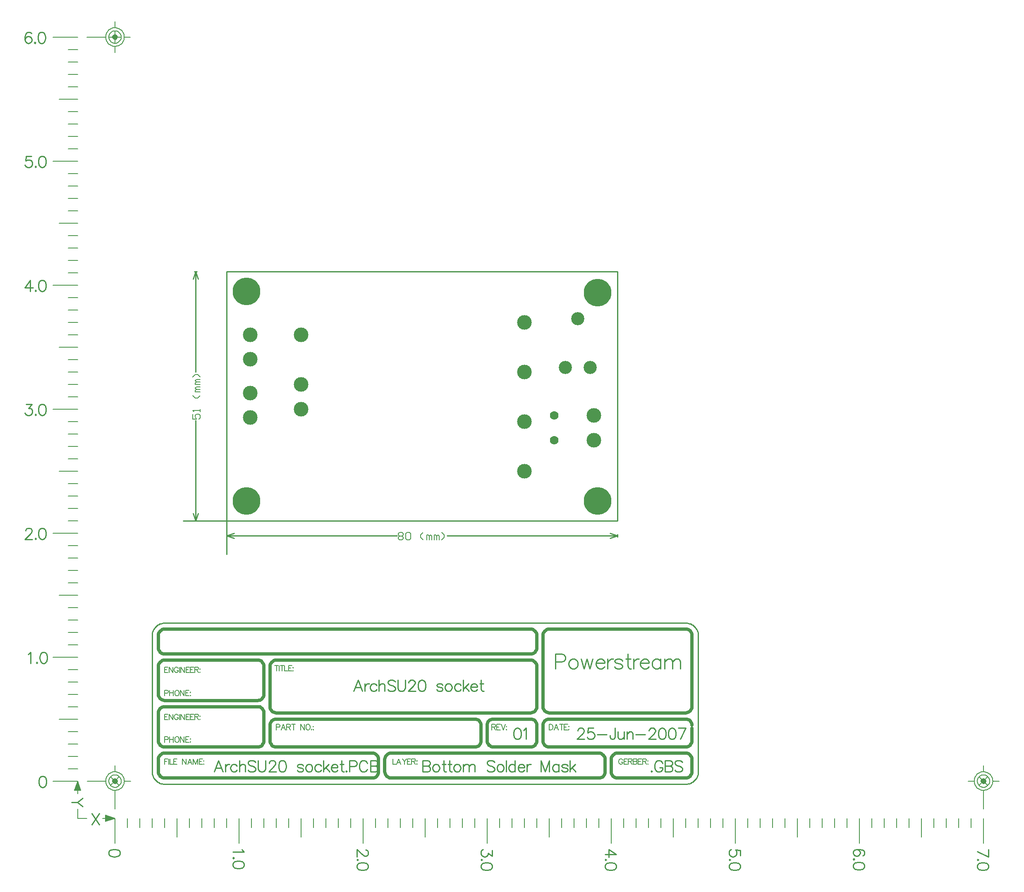
<source format=gbs>
%FSLAX23Y23*%
%MOIN*%
G70*
G01*
G75*
%ADD10C,0.040*%
%ADD11C,0.010*%
%ADD12C,0.030*%
%ADD13C,0.060*%
%ADD14C,0.009*%
%ADD15C,0.025*%
%ADD16C,0.008*%
%ADD17C,0.005*%
%ADD18C,0.006*%
%ADD19C,0.062*%
%ADD20C,0.215*%
%ADD21C,0.098*%
%ADD22C,0.110*%
%ADD23C,0.110*%
%ADD24C,0.008*%
%ADD25C,0.020*%
%ADD26C,0.016*%
%ADD27C,0.015*%
%ADD28C,0.070*%
%ADD29C,0.223*%
%ADD30C,0.106*%
%ADD31C,0.118*%
%ADD32C,0.118*%
D11*
X11868Y6647D02*
X11868Y6657D01*
X11867Y6666D01*
X11864Y6676D01*
X11861Y6685D01*
X11857Y6694D01*
X11852Y6702D01*
X11846Y6710D01*
X11839Y6718D01*
X11832Y6724D01*
X11824Y6730D01*
X11816Y6735D01*
X11807Y6739D01*
X11798Y6742D01*
X11788Y6745D01*
X11778Y6746D01*
X11768Y6747D01*
Y5447D02*
X11778Y5447D01*
X11788Y5449D01*
X11798Y5451D01*
X11807Y5454D01*
X11816Y5459D01*
X11824Y5464D01*
X11832Y5470D01*
X11839Y5476D01*
X11846Y5483D01*
X11852Y5491D01*
X11857Y5500D01*
X11861Y5509D01*
X11864Y5518D01*
X11867Y5527D01*
X11868Y5537D01*
X11868Y5547D01*
X7468Y5548D02*
X7469Y5538D01*
X7470Y5528D01*
X7473Y5519D01*
X7476Y5510D01*
X7480Y5501D01*
X7485Y5492D01*
X7491Y5484D01*
X7497Y5477D01*
X7505Y5470D01*
X7512Y5464D01*
X7521Y5459D01*
X7530Y5455D01*
X7539Y5452D01*
X7548Y5449D01*
X7558Y5447D01*
X7568Y5447D01*
X7568Y6747D02*
X7559Y6746D01*
X7549Y6745D01*
X7539Y6742D01*
X7530Y6739D01*
X7521Y6735D01*
X7513Y6730D01*
X7505Y6724D01*
X7498Y6718D01*
X7491Y6710D01*
X7485Y6702D01*
X7480Y6694D01*
X7476Y6685D01*
X7473Y6676D01*
X7470Y6666D01*
X7469Y6657D01*
X7468Y6647D01*
Y5547D02*
Y6647D01*
X11868Y5547D02*
Y6647D01*
X7568Y6747D02*
X11768D01*
X7568Y5447D02*
X11768D01*
X8068Y7572D02*
Y9580D01*
X11218Y7572D02*
Y9580D01*
X8068D02*
X11218D01*
X8068Y7572D02*
X11218D01*
Y7442D02*
Y7462D01*
X8068Y7442D02*
Y7462D01*
X11158Y7432D02*
X11218Y7452D01*
X11158Y7472D02*
X11218Y7452D01*
X8068D02*
X8128Y7432D01*
X8068Y7452D02*
X8128Y7472D01*
X9844Y7452D02*
X11218D01*
X8068D02*
X9442D01*
X8068Y7302D02*
Y7572D01*
X7808Y9580D02*
X7828D01*
X7808Y7572D02*
X7828D01*
X7818Y9580D02*
X7838Y9520D01*
X7798D02*
X7818Y9580D01*
Y7572D02*
X7838Y7632D01*
X7798D02*
X7818Y7572D01*
Y8772D02*
Y9580D01*
Y7572D02*
Y8380D01*
X7718Y7572D02*
X8068D01*
D14*
X11493Y5555D02*
X11488Y5551D01*
X11493Y5547D01*
X11497Y5551D01*
X11493Y5555D01*
X11581Y5615D02*
X11577Y5624D01*
X11568Y5633D01*
X11560Y5637D01*
X11542D01*
X11534Y5633D01*
X11525Y5624D01*
X11521Y5615D01*
X11517Y5603D01*
Y5581D01*
X11521Y5568D01*
X11525Y5560D01*
X11534Y5551D01*
X11542Y5547D01*
X11560D01*
X11568Y5551D01*
X11577Y5560D01*
X11581Y5568D01*
Y5581D01*
X11560D02*
X11581D01*
X11602Y5637D02*
Y5547D01*
Y5637D02*
X11640D01*
X11653Y5633D01*
X11657Y5628D01*
X11662Y5620D01*
Y5611D01*
X11657Y5603D01*
X11653Y5598D01*
X11640Y5594D01*
X11602D02*
X11640D01*
X11653Y5590D01*
X11657Y5585D01*
X11662Y5577D01*
Y5564D01*
X11657Y5555D01*
X11653Y5551D01*
X11640Y5547D01*
X11602D01*
X11742Y5624D02*
X11733Y5633D01*
X11720Y5637D01*
X11703D01*
X11690Y5633D01*
X11682Y5624D01*
Y5615D01*
X11686Y5607D01*
X11690Y5603D01*
X11699Y5598D01*
X11725Y5590D01*
X11733Y5585D01*
X11737Y5581D01*
X11742Y5573D01*
Y5560D01*
X11733Y5551D01*
X11720Y5547D01*
X11703D01*
X11690Y5551D01*
X11682Y5560D01*
X9162Y6197D02*
X9128Y6287D01*
X9093Y6197D01*
X9106Y6227D02*
X9149D01*
X9183Y6257D02*
Y6197D01*
Y6231D02*
X9187Y6244D01*
X9196Y6253D01*
X9204Y6257D01*
X9217D01*
X9277Y6244D02*
X9268Y6253D01*
X9260Y6257D01*
X9247D01*
X9238Y6253D01*
X9230Y6244D01*
X9225Y6231D01*
Y6223D01*
X9230Y6210D01*
X9238Y6201D01*
X9247Y6197D01*
X9260D01*
X9268Y6201D01*
X9277Y6210D01*
X9296Y6287D02*
Y6197D01*
Y6240D02*
X9309Y6253D01*
X9318Y6257D01*
X9330D01*
X9339Y6253D01*
X9343Y6240D01*
Y6197D01*
X9427Y6274D02*
X9418Y6282D01*
X9405Y6287D01*
X9388D01*
X9375Y6282D01*
X9367Y6274D01*
Y6265D01*
X9371Y6257D01*
X9375Y6253D01*
X9384Y6248D01*
X9410Y6240D01*
X9418Y6235D01*
X9423Y6231D01*
X9427Y6223D01*
Y6210D01*
X9418Y6201D01*
X9405Y6197D01*
X9388D01*
X9375Y6201D01*
X9367Y6210D01*
X9447Y6287D02*
Y6223D01*
X9451Y6210D01*
X9460Y6201D01*
X9473Y6197D01*
X9481D01*
X9494Y6201D01*
X9503Y6210D01*
X9507Y6223D01*
Y6287D01*
X9536Y6265D02*
Y6270D01*
X9540Y6278D01*
X9545Y6282D01*
X9553Y6287D01*
X9570D01*
X9579Y6282D01*
X9583Y6278D01*
X9588Y6270D01*
Y6261D01*
X9583Y6253D01*
X9575Y6240D01*
X9532Y6197D01*
X9592D01*
X9638Y6287D02*
X9625Y6282D01*
X9616Y6270D01*
X9612Y6248D01*
Y6235D01*
X9616Y6214D01*
X9625Y6201D01*
X9638Y6197D01*
X9646D01*
X9659Y6201D01*
X9668Y6214D01*
X9672Y6235D01*
Y6248D01*
X9668Y6270D01*
X9659Y6282D01*
X9646Y6287D01*
X9638D01*
X9810Y6244D02*
X9806Y6253D01*
X9793Y6257D01*
X9780D01*
X9767Y6253D01*
X9763Y6244D01*
X9767Y6235D01*
X9776Y6231D01*
X9797Y6227D01*
X9806Y6223D01*
X9810Y6214D01*
Y6210D01*
X9806Y6201D01*
X9793Y6197D01*
X9780D01*
X9767Y6201D01*
X9763Y6210D01*
X9850Y6257D02*
X9842Y6253D01*
X9833Y6244D01*
X9829Y6231D01*
Y6223D01*
X9833Y6210D01*
X9842Y6201D01*
X9850Y6197D01*
X9863D01*
X9872Y6201D01*
X9880Y6210D01*
X9884Y6223D01*
Y6231D01*
X9880Y6244D01*
X9872Y6253D01*
X9863Y6257D01*
X9850D01*
X9956Y6244D02*
X9947Y6253D01*
X9938Y6257D01*
X9926D01*
X9917Y6253D01*
X9908Y6244D01*
X9904Y6231D01*
Y6223D01*
X9908Y6210D01*
X9917Y6201D01*
X9926Y6197D01*
X9938D01*
X9947Y6201D01*
X9956Y6210D01*
X9975Y6287D02*
Y6197D01*
X10018Y6257D02*
X9975Y6214D01*
X9992Y6231D02*
X10022Y6197D01*
X10036Y6231D02*
X10088D01*
Y6240D01*
X10083Y6248D01*
X10079Y6253D01*
X10070Y6257D01*
X10058D01*
X10049Y6253D01*
X10040Y6244D01*
X10036Y6231D01*
Y6223D01*
X10040Y6210D01*
X10049Y6201D01*
X10058Y6197D01*
X10070D01*
X10079Y6201D01*
X10088Y6210D01*
X10120Y6287D02*
Y6214D01*
X10124Y6201D01*
X10133Y6197D01*
X10141D01*
X10107Y6257D02*
X10137D01*
X8037Y5547D02*
X8003Y5637D01*
X7968Y5547D01*
X7981Y5577D02*
X8024D01*
X8058Y5607D02*
Y5547D01*
Y5581D02*
X8062Y5594D01*
X8071Y5603D01*
X8079Y5607D01*
X8092D01*
X8152Y5594D02*
X8143Y5603D01*
X8135Y5607D01*
X8122D01*
X8113Y5603D01*
X8105Y5594D01*
X8100Y5581D01*
Y5573D01*
X8105Y5560D01*
X8113Y5551D01*
X8122Y5547D01*
X8135D01*
X8143Y5551D01*
X8152Y5560D01*
X8171Y5637D02*
Y5547D01*
Y5590D02*
X8184Y5603D01*
X8193Y5607D01*
X8205D01*
X8214Y5603D01*
X8218Y5590D01*
Y5547D01*
X8302Y5624D02*
X8293Y5633D01*
X8280Y5637D01*
X8263D01*
X8250Y5633D01*
X8242Y5624D01*
Y5615D01*
X8246Y5607D01*
X8250Y5603D01*
X8259Y5598D01*
X8285Y5590D01*
X8293Y5585D01*
X8298Y5581D01*
X8302Y5573D01*
Y5560D01*
X8293Y5551D01*
X8280Y5547D01*
X8263D01*
X8250Y5551D01*
X8242Y5560D01*
X8322Y5637D02*
Y5573D01*
X8326Y5560D01*
X8335Y5551D01*
X8348Y5547D01*
X8356D01*
X8369Y5551D01*
X8378Y5560D01*
X8382Y5573D01*
Y5637D01*
X8411Y5615D02*
Y5620D01*
X8415Y5628D01*
X8420Y5633D01*
X8428Y5637D01*
X8445D01*
X8454Y5633D01*
X8458Y5628D01*
X8463Y5620D01*
Y5611D01*
X8458Y5603D01*
X8450Y5590D01*
X8407Y5547D01*
X8467D01*
X8513Y5637D02*
X8500Y5633D01*
X8491Y5620D01*
X8487Y5598D01*
Y5585D01*
X8491Y5564D01*
X8500Y5551D01*
X8513Y5547D01*
X8521D01*
X8534Y5551D01*
X8543Y5564D01*
X8547Y5585D01*
Y5598D01*
X8543Y5620D01*
X8534Y5633D01*
X8521Y5637D01*
X8513D01*
X8685Y5594D02*
X8681Y5603D01*
X8668Y5607D01*
X8655D01*
X8642Y5603D01*
X8638Y5594D01*
X8642Y5585D01*
X8651Y5581D01*
X8672Y5577D01*
X8681Y5573D01*
X8685Y5564D01*
Y5560D01*
X8681Y5551D01*
X8668Y5547D01*
X8655D01*
X8642Y5551D01*
X8638Y5560D01*
X8725Y5607D02*
X8717Y5603D01*
X8708Y5594D01*
X8704Y5581D01*
Y5573D01*
X8708Y5560D01*
X8717Y5551D01*
X8725Y5547D01*
X8738D01*
X8747Y5551D01*
X8755Y5560D01*
X8759Y5573D01*
Y5581D01*
X8755Y5594D01*
X8747Y5603D01*
X8738Y5607D01*
X8725D01*
X8831Y5594D02*
X8822Y5603D01*
X8813Y5607D01*
X8801D01*
X8792Y5603D01*
X8783Y5594D01*
X8779Y5581D01*
Y5573D01*
X8783Y5560D01*
X8792Y5551D01*
X8801Y5547D01*
X8813D01*
X8822Y5551D01*
X8831Y5560D01*
X8850Y5637D02*
Y5547D01*
X8893Y5607D02*
X8850Y5564D01*
X8867Y5581D02*
X8897Y5547D01*
X8911Y5581D02*
X8963D01*
Y5590D01*
X8958Y5598D01*
X8954Y5603D01*
X8945Y5607D01*
X8933D01*
X8924Y5603D01*
X8915Y5594D01*
X8911Y5581D01*
Y5573D01*
X8915Y5560D01*
X8924Y5551D01*
X8933Y5547D01*
X8945D01*
X8954Y5551D01*
X8963Y5560D01*
X8995Y5637D02*
Y5564D01*
X8999Y5551D01*
X9008Y5547D01*
X9016D01*
X8982Y5607D02*
X9012D01*
X9033Y5555D02*
X9029Y5551D01*
X9033Y5547D01*
X9038Y5551D01*
X9033Y5555D01*
X9057Y5590D02*
X9096D01*
X9109Y5594D01*
X9113Y5598D01*
X9117Y5607D01*
Y5620D01*
X9113Y5628D01*
X9109Y5633D01*
X9096Y5637D01*
X9057D01*
Y5547D01*
X9202Y5615D02*
X9197Y5624D01*
X9189Y5633D01*
X9180Y5637D01*
X9163D01*
X9155Y5633D01*
X9146Y5624D01*
X9142Y5615D01*
X9137Y5603D01*
Y5581D01*
X9142Y5568D01*
X9146Y5560D01*
X9155Y5551D01*
X9163Y5547D01*
X9180D01*
X9189Y5551D01*
X9197Y5560D01*
X9202Y5568D01*
X9227Y5637D02*
Y5547D01*
Y5637D02*
X9266D01*
X9278Y5633D01*
X9283Y5628D01*
X9287Y5620D01*
Y5611D01*
X9283Y5603D01*
X9278Y5598D01*
X9266Y5594D01*
X9227D02*
X9266D01*
X9278Y5590D01*
X9283Y5585D01*
X9287Y5577D01*
Y5564D01*
X9283Y5555D01*
X9278Y5551D01*
X9266Y5547D01*
X9227D01*
X9648Y5637D02*
Y5547D01*
Y5637D02*
X9687D01*
X9700Y5633D01*
X9704Y5628D01*
X9708Y5620D01*
Y5611D01*
X9704Y5603D01*
X9700Y5598D01*
X9687Y5594D01*
X9648D02*
X9687D01*
X9700Y5590D01*
X9704Y5585D01*
X9708Y5577D01*
Y5564D01*
X9704Y5555D01*
X9700Y5551D01*
X9687Y5547D01*
X9648D01*
X9750Y5607D02*
X9741Y5603D01*
X9733Y5594D01*
X9729Y5581D01*
Y5573D01*
X9733Y5560D01*
X9741Y5551D01*
X9750Y5547D01*
X9763D01*
X9771Y5551D01*
X9780Y5560D01*
X9784Y5573D01*
Y5581D01*
X9780Y5594D01*
X9771Y5603D01*
X9763Y5607D01*
X9750D01*
X9817Y5637D02*
Y5564D01*
X9821Y5551D01*
X9830Y5547D01*
X9838D01*
X9804Y5607D02*
X9834D01*
X9864Y5637D02*
Y5564D01*
X9868Y5551D01*
X9877Y5547D01*
X9885D01*
X9851Y5607D02*
X9881D01*
X9920D02*
X9911Y5603D01*
X9903Y5594D01*
X9898Y5581D01*
Y5573D01*
X9903Y5560D01*
X9911Y5551D01*
X9920Y5547D01*
X9933D01*
X9941Y5551D01*
X9950Y5560D01*
X9954Y5573D01*
Y5581D01*
X9950Y5594D01*
X9941Y5603D01*
X9933Y5607D01*
X9920D01*
X9974D02*
Y5547D01*
Y5590D02*
X9987Y5603D01*
X9995Y5607D01*
X10008D01*
X10017Y5603D01*
X10021Y5590D01*
Y5547D01*
Y5590D02*
X10034Y5603D01*
X10042Y5607D01*
X10055D01*
X10064Y5603D01*
X10068Y5590D01*
Y5547D01*
X10227Y5624D02*
X10218Y5633D01*
X10206Y5637D01*
X10188D01*
X10176Y5633D01*
X10167Y5624D01*
Y5615D01*
X10171Y5607D01*
X10176Y5603D01*
X10184Y5598D01*
X10210Y5590D01*
X10218Y5585D01*
X10223Y5581D01*
X10227Y5573D01*
Y5560D01*
X10218Y5551D01*
X10206Y5547D01*
X10188D01*
X10176Y5551D01*
X10167Y5560D01*
X10269Y5607D02*
X10260Y5603D01*
X10251Y5594D01*
X10247Y5581D01*
Y5573D01*
X10251Y5560D01*
X10260Y5551D01*
X10269Y5547D01*
X10281D01*
X10290Y5551D01*
X10298Y5560D01*
X10303Y5573D01*
Y5581D01*
X10298Y5594D01*
X10290Y5603D01*
X10281Y5607D01*
X10269D01*
X10322Y5637D02*
Y5547D01*
X10393Y5637D02*
Y5547D01*
Y5594D02*
X10384Y5603D01*
X10376Y5607D01*
X10363D01*
X10354Y5603D01*
X10346Y5594D01*
X10341Y5581D01*
Y5573D01*
X10346Y5560D01*
X10354Y5551D01*
X10363Y5547D01*
X10376D01*
X10384Y5551D01*
X10393Y5560D01*
X10417Y5581D02*
X10468D01*
Y5590D01*
X10464Y5598D01*
X10460Y5603D01*
X10451Y5607D01*
X10438D01*
X10430Y5603D01*
X10421Y5594D01*
X10417Y5581D01*
Y5573D01*
X10421Y5560D01*
X10430Y5551D01*
X10438Y5547D01*
X10451D01*
X10460Y5551D01*
X10468Y5560D01*
X10487Y5607D02*
Y5547D01*
Y5581D02*
X10492Y5594D01*
X10500Y5603D01*
X10509Y5607D01*
X10522D01*
X10601Y5637D02*
Y5547D01*
Y5637D02*
X10635Y5547D01*
X10669Y5637D02*
X10635Y5547D01*
X10669Y5637D02*
Y5547D01*
X10746Y5607D02*
Y5547D01*
Y5594D02*
X10738Y5603D01*
X10729Y5607D01*
X10716D01*
X10708Y5603D01*
X10699Y5594D01*
X10695Y5581D01*
Y5573D01*
X10699Y5560D01*
X10708Y5551D01*
X10716Y5547D01*
X10729D01*
X10738Y5551D01*
X10746Y5560D01*
X10817Y5594D02*
X10813Y5603D01*
X10800Y5607D01*
X10787D01*
X10775Y5603D01*
X10770Y5594D01*
X10775Y5585D01*
X10783Y5581D01*
X10805Y5577D01*
X10813Y5573D01*
X10817Y5564D01*
Y5560D01*
X10813Y5551D01*
X10800Y5547D01*
X10787D01*
X10775Y5551D01*
X10770Y5560D01*
X10836Y5637D02*
Y5547D01*
X10879Y5607D02*
X10836Y5564D01*
X10853Y5581D02*
X10883Y5547D01*
X10407Y5899D02*
X10394Y5895D01*
X10385Y5882D01*
X10381Y5861D01*
Y5848D01*
X10385Y5826D01*
X10394Y5814D01*
X10407Y5809D01*
X10415D01*
X10428Y5814D01*
X10437Y5826D01*
X10441Y5848D01*
Y5861D01*
X10437Y5882D01*
X10428Y5895D01*
X10415Y5899D01*
X10407D01*
X10461Y5882D02*
X10470Y5886D01*
X10483Y5899D01*
Y5809D01*
X10718Y6434D02*
X10770D01*
X10787Y6440D01*
X10793Y6445D01*
X10798Y6457D01*
Y6474D01*
X10793Y6485D01*
X10787Y6491D01*
X10770Y6497D01*
X10718D01*
Y6377D01*
X10854Y6457D02*
X10842Y6451D01*
X10831Y6440D01*
X10825Y6423D01*
Y6411D01*
X10831Y6394D01*
X10842Y6383D01*
X10854Y6377D01*
X10871D01*
X10882Y6383D01*
X10894Y6394D01*
X10900Y6411D01*
Y6423D01*
X10894Y6440D01*
X10882Y6451D01*
X10871Y6457D01*
X10854D01*
X10926D02*
X10949Y6377D01*
X10972Y6457D02*
X10949Y6377D01*
X10972Y6457D02*
X10994Y6377D01*
X11017Y6457D02*
X10994Y6377D01*
X11045Y6423D02*
X11114D01*
Y6434D01*
X11108Y6445D01*
X11102Y6451D01*
X11091Y6457D01*
X11074D01*
X11062Y6451D01*
X11051Y6440D01*
X11045Y6423D01*
Y6411D01*
X11051Y6394D01*
X11062Y6383D01*
X11074Y6377D01*
X11091D01*
X11102Y6383D01*
X11114Y6394D01*
X11140Y6457D02*
Y6377D01*
Y6423D02*
X11145Y6440D01*
X11157Y6451D01*
X11168Y6457D01*
X11185D01*
X11259Y6440D02*
X11253Y6451D01*
X11236Y6457D01*
X11219D01*
X11202Y6451D01*
X11196Y6440D01*
X11202Y6428D01*
X11213Y6423D01*
X11242Y6417D01*
X11253Y6411D01*
X11259Y6400D01*
Y6394D01*
X11253Y6383D01*
X11236Y6377D01*
X11219D01*
X11202Y6383D01*
X11196Y6394D01*
X11301Y6497D02*
Y6400D01*
X11307Y6383D01*
X11318Y6377D01*
X11330D01*
X11284Y6457D02*
X11324D01*
X11347D02*
Y6377D01*
Y6423D02*
X11353Y6440D01*
X11364Y6451D01*
X11375Y6457D01*
X11393D01*
X11403Y6423D02*
X11472D01*
Y6434D01*
X11466Y6445D01*
X11461Y6451D01*
X11449Y6457D01*
X11432D01*
X11421Y6451D01*
X11409Y6440D01*
X11403Y6423D01*
Y6411D01*
X11409Y6394D01*
X11421Y6383D01*
X11432Y6377D01*
X11449D01*
X11461Y6383D01*
X11472Y6394D01*
X11566Y6457D02*
Y6377D01*
Y6440D02*
X11555Y6451D01*
X11543Y6457D01*
X11526D01*
X11515Y6451D01*
X11503Y6440D01*
X11498Y6423D01*
Y6411D01*
X11503Y6394D01*
X11515Y6383D01*
X11526Y6377D01*
X11543D01*
X11555Y6383D01*
X11566Y6394D01*
X11598Y6457D02*
Y6377D01*
Y6434D02*
X11615Y6451D01*
X11627Y6457D01*
X11644D01*
X11655Y6451D01*
X11661Y6434D01*
Y6377D01*
Y6434D02*
X11678Y6451D01*
X11690Y6457D01*
X11707D01*
X11718Y6451D01*
X11724Y6434D01*
Y6377D01*
X10898Y5878D02*
Y5882D01*
X10902Y5891D01*
X10906Y5895D01*
X10915Y5899D01*
X10932D01*
X10941Y5895D01*
X10945Y5891D01*
X10949Y5882D01*
Y5874D01*
X10945Y5865D01*
X10936Y5852D01*
X10893Y5809D01*
X10953D01*
X11025Y5899D02*
X10982D01*
X10978Y5861D01*
X10982Y5865D01*
X10995Y5869D01*
X11008D01*
X11021Y5865D01*
X11029Y5856D01*
X11034Y5844D01*
Y5835D01*
X11029Y5822D01*
X11021Y5814D01*
X11008Y5809D01*
X10995D01*
X10982Y5814D01*
X10978Y5818D01*
X10974Y5826D01*
X11054Y5848D02*
X11131D01*
X11200Y5899D02*
Y5831D01*
X11196Y5818D01*
X11192Y5814D01*
X11183Y5809D01*
X11175D01*
X11166Y5814D01*
X11162Y5818D01*
X11157Y5831D01*
Y5839D01*
X11223Y5869D02*
Y5826D01*
X11228Y5814D01*
X11236Y5809D01*
X11249D01*
X11258Y5814D01*
X11271Y5826D01*
Y5869D02*
Y5809D01*
X11294Y5869D02*
Y5809D01*
Y5852D02*
X11307Y5865D01*
X11316Y5869D01*
X11328D01*
X11337Y5865D01*
X11341Y5852D01*
Y5809D01*
X11365Y5848D02*
X11442D01*
X11473Y5878D02*
Y5882D01*
X11477Y5891D01*
X11481Y5895D01*
X11490Y5899D01*
X11507D01*
X11516Y5895D01*
X11520Y5891D01*
X11524Y5882D01*
Y5874D01*
X11520Y5865D01*
X11511Y5852D01*
X11469Y5809D01*
X11529D01*
X11574Y5899D02*
X11561Y5895D01*
X11553Y5882D01*
X11549Y5861D01*
Y5848D01*
X11553Y5826D01*
X11561Y5814D01*
X11574Y5809D01*
X11583D01*
X11596Y5814D01*
X11604Y5826D01*
X11609Y5848D01*
Y5861D01*
X11604Y5882D01*
X11596Y5895D01*
X11583Y5899D01*
X11574D01*
X11654D02*
X11642Y5895D01*
X11633Y5882D01*
X11629Y5861D01*
Y5848D01*
X11633Y5826D01*
X11642Y5814D01*
X11654Y5809D01*
X11663D01*
X11676Y5814D01*
X11684Y5826D01*
X11689Y5848D01*
Y5861D01*
X11684Y5882D01*
X11676Y5895D01*
X11663Y5899D01*
X11654D01*
X11769D02*
X11726Y5809D01*
X11709Y5899D02*
X11769D01*
X6908Y5334D02*
X6866Y5300D01*
X6818D01*
X6908Y5266D02*
X6866Y5300D01*
X6981Y5212D02*
X7041Y5122D01*
Y5212D02*
X6981Y5122D01*
X13196Y4870D02*
X13204Y4875D01*
X13208Y4888D01*
Y4896D01*
X13204Y4909D01*
X13191Y4918D01*
X13170Y4922D01*
X13148D01*
X13131Y4918D01*
X13123Y4909D01*
X13118Y4896D01*
Y4892D01*
X13123Y4879D01*
X13131Y4870D01*
X13144Y4866D01*
X13148D01*
X13161Y4870D01*
X13170Y4879D01*
X13174Y4892D01*
Y4896D01*
X13170Y4909D01*
X13161Y4918D01*
X13148Y4922D01*
X13127Y4842D02*
X13123Y4846D01*
X13118Y4842D01*
X13123Y4838D01*
X13127Y4842D01*
X13208Y4792D02*
X13204Y4805D01*
X13191Y4814D01*
X13170Y4818D01*
X13157D01*
X13136Y4814D01*
X13123Y4805D01*
X13118Y4792D01*
Y4784D01*
X13123Y4771D01*
X13136Y4762D01*
X13157Y4758D01*
X13170D01*
X13191Y4762D01*
X13204Y4771D01*
X13208Y4784D01*
Y4792D01*
X11208Y4879D02*
X11148Y4922D01*
Y4858D01*
X11208Y4879D02*
X11118D01*
X11127Y4837D02*
X11123Y4842D01*
X11118Y4837D01*
X11123Y4833D01*
X11127Y4837D01*
X11208Y4788D02*
X11204Y4801D01*
X11191Y4809D01*
X11170Y4813D01*
X11157D01*
X11136Y4809D01*
X11123Y4801D01*
X11118Y4788D01*
Y4779D01*
X11123Y4766D01*
X11136Y4758D01*
X11157Y4753D01*
X11170D01*
X11191Y4758D01*
X11204Y4766D01*
X11208Y4779D01*
Y4788D01*
X9187Y4918D02*
X9191D01*
X9200Y4913D01*
X9204Y4909D01*
X9208Y4900D01*
Y4883D01*
X9204Y4875D01*
X9200Y4870D01*
X9191Y4866D01*
X9183D01*
X9174Y4870D01*
X9161Y4879D01*
X9118Y4922D01*
Y4862D01*
X9127Y4837D02*
X9123Y4842D01*
X9118Y4837D01*
X9123Y4833D01*
X9127Y4837D01*
X9208Y4788D02*
X9204Y4801D01*
X9191Y4809D01*
X9170Y4813D01*
X9157D01*
X9136Y4809D01*
X9123Y4801D01*
X9118Y4788D01*
Y4779D01*
X9123Y4766D01*
X9136Y4758D01*
X9157Y4753D01*
X9170D01*
X9191Y4758D01*
X9204Y4766D01*
X9208Y4779D01*
Y4788D01*
X7208Y4896D02*
X7204Y4909D01*
X7191Y4918D01*
X7170Y4922D01*
X7157D01*
X7136Y4918D01*
X7123Y4909D01*
X7118Y4896D01*
Y4888D01*
X7123Y4875D01*
X7136Y4866D01*
X7157Y4862D01*
X7170D01*
X7191Y4866D01*
X7204Y4875D01*
X7208Y4888D01*
Y4896D01*
X8191Y4922D02*
X8196Y4913D01*
X8208Y4900D01*
X8118D01*
X8127Y4852D02*
X8123Y4856D01*
X8118Y4852D01*
X8123Y4847D01*
X8127Y4852D01*
X8208Y4802D02*
X8204Y4815D01*
X8191Y4823D01*
X8170Y4828D01*
X8157D01*
X8136Y4823D01*
X8123Y4815D01*
X8118Y4802D01*
Y4793D01*
X8123Y4780D01*
X8136Y4772D01*
X8157Y4768D01*
X8170D01*
X8191Y4772D01*
X8204Y4780D01*
X8208Y4793D01*
Y4802D01*
X10208Y4913D02*
Y4866D01*
X10174Y4892D01*
Y4879D01*
X10170Y4870D01*
X10166Y4866D01*
X10153Y4862D01*
X10144D01*
X10131Y4866D01*
X10123Y4875D01*
X10118Y4888D01*
Y4900D01*
X10123Y4913D01*
X10127Y4918D01*
X10136Y4922D01*
X10127Y4837D02*
X10123Y4842D01*
X10118Y4837D01*
X10123Y4833D01*
X10127Y4837D01*
X10208Y4788D02*
X10204Y4801D01*
X10191Y4809D01*
X10170Y4813D01*
X10157D01*
X10136Y4809D01*
X10123Y4801D01*
X10118Y4788D01*
Y4779D01*
X10123Y4766D01*
X10136Y4758D01*
X10157Y4753D01*
X10170D01*
X10191Y4758D01*
X10204Y4766D01*
X10208Y4779D01*
Y4788D01*
X12208Y4870D02*
Y4913D01*
X12170Y4918D01*
X12174Y4913D01*
X12178Y4900D01*
Y4888D01*
X12174Y4875D01*
X12166Y4866D01*
X12153Y4862D01*
X12144D01*
X12131Y4866D01*
X12123Y4875D01*
X12118Y4888D01*
Y4900D01*
X12123Y4913D01*
X12127Y4918D01*
X12136Y4922D01*
X12127Y4837D02*
X12123Y4842D01*
X12118Y4837D01*
X12123Y4833D01*
X12127Y4837D01*
X12208Y4788D02*
X12204Y4801D01*
X12191Y4809D01*
X12170Y4813D01*
X12157D01*
X12136Y4809D01*
X12123Y4801D01*
X12118Y4788D01*
Y4779D01*
X12123Y4766D01*
X12136Y4758D01*
X12157Y4753D01*
X12170D01*
X12191Y4758D01*
X12204Y4766D01*
X12208Y4779D01*
Y4788D01*
X14208Y4862D02*
X14118Y4905D01*
X14208Y4922D02*
Y4862D01*
X14127Y4837D02*
X14123Y4842D01*
X14118Y4837D01*
X14123Y4833D01*
X14127Y4837D01*
X14208Y4788D02*
X14204Y4801D01*
X14191Y4809D01*
X14170Y4813D01*
X14157D01*
X14136Y4809D01*
X14123Y4801D01*
X14118Y4788D01*
Y4779D01*
X14123Y4766D01*
X14136Y4758D01*
X14157Y4753D01*
X14170D01*
X14191Y4758D01*
X14204Y4766D01*
X14208Y4779D01*
Y4788D01*
X6495Y10512D02*
X6452D01*
X6448Y10473D01*
X6452Y10478D01*
X6465Y10482D01*
X6478D01*
X6491Y10478D01*
X6499Y10469D01*
X6503Y10456D01*
Y10448D01*
X6499Y10435D01*
X6491Y10426D01*
X6478Y10422D01*
X6465D01*
X6452Y10426D01*
X6448Y10430D01*
X6443Y10439D01*
X6528Y10430D02*
X6524Y10426D01*
X6528Y10422D01*
X6532Y10426D01*
X6528Y10430D01*
X6578Y10512D02*
X6565Y10507D01*
X6556Y10495D01*
X6552Y10473D01*
Y10460D01*
X6556Y10439D01*
X6565Y10426D01*
X6578Y10422D01*
X6586D01*
X6599Y10426D01*
X6608Y10439D01*
X6612Y10460D01*
Y10473D01*
X6608Y10495D01*
X6599Y10507D01*
X6586Y10512D01*
X6578D01*
X6452Y8512D02*
X6499D01*
X6473Y8478D01*
X6486D01*
X6495Y8473D01*
X6499Y8469D01*
X6503Y8456D01*
Y8448D01*
X6499Y8435D01*
X6491Y8426D01*
X6478Y8422D01*
X6465D01*
X6452Y8426D01*
X6448Y8430D01*
X6443Y8439D01*
X6528Y8430D02*
X6524Y8426D01*
X6528Y8422D01*
X6532Y8426D01*
X6528Y8430D01*
X6578Y8512D02*
X6565Y8507D01*
X6556Y8495D01*
X6552Y8473D01*
Y8460D01*
X6556Y8439D01*
X6565Y8426D01*
X6578Y8422D01*
X6586D01*
X6599Y8426D01*
X6608Y8439D01*
X6612Y8460D01*
Y8473D01*
X6608Y8495D01*
X6599Y8507D01*
X6586Y8512D01*
X6578D01*
X6468Y6495D02*
X6477Y6499D01*
X6490Y6512D01*
Y6422D01*
X6539Y6430D02*
X6534Y6426D01*
X6539Y6422D01*
X6543Y6426D01*
X6539Y6430D01*
X6588Y6512D02*
X6576Y6508D01*
X6567Y6495D01*
X6563Y6473D01*
Y6460D01*
X6567Y6439D01*
X6576Y6426D01*
X6588Y6422D01*
X6597D01*
X6610Y6426D01*
X6618Y6439D01*
X6623Y6460D01*
Y6473D01*
X6618Y6495D01*
X6610Y6508D01*
X6597Y6512D01*
X6588D01*
X6582Y5512D02*
X6569Y5508D01*
X6560Y5495D01*
X6556Y5473D01*
Y5460D01*
X6560Y5439D01*
X6569Y5426D01*
X6582Y5422D01*
X6590D01*
X6603Y5426D01*
X6612Y5439D01*
X6616Y5460D01*
Y5473D01*
X6612Y5495D01*
X6603Y5508D01*
X6590Y5512D01*
X6582D01*
X6448Y7490D02*
Y7495D01*
X6452Y7503D01*
X6456Y7508D01*
X6465Y7512D01*
X6482D01*
X6491Y7508D01*
X6495Y7503D01*
X6499Y7495D01*
Y7486D01*
X6495Y7478D01*
X6486Y7465D01*
X6443Y7422D01*
X6503D01*
X6528Y7430D02*
X6524Y7426D01*
X6528Y7422D01*
X6532Y7426D01*
X6528Y7430D01*
X6578Y7512D02*
X6565Y7508D01*
X6556Y7495D01*
X6552Y7473D01*
Y7460D01*
X6556Y7439D01*
X6565Y7426D01*
X6578Y7422D01*
X6586D01*
X6599Y7426D01*
X6608Y7439D01*
X6612Y7460D01*
Y7473D01*
X6608Y7495D01*
X6599Y7508D01*
X6586Y7512D01*
X6578D01*
X6486Y9512D02*
X6443Y9452D01*
X6508D01*
X6486Y9512D02*
Y9422D01*
X6528Y9430D02*
X6524Y9426D01*
X6528Y9422D01*
X6532Y9426D01*
X6528Y9430D01*
X6578Y9512D02*
X6565Y9507D01*
X6556Y9495D01*
X6552Y9473D01*
Y9460D01*
X6556Y9439D01*
X6565Y9426D01*
X6578Y9422D01*
X6586D01*
X6599Y9426D01*
X6608Y9439D01*
X6612Y9460D01*
Y9473D01*
X6608Y9495D01*
X6599Y9507D01*
X6586Y9512D01*
X6578D01*
X6495Y11499D02*
X6491Y11507D01*
X6478Y11512D01*
X6469D01*
X6456Y11507D01*
X6448Y11495D01*
X6443Y11473D01*
Y11452D01*
X6448Y11435D01*
X6456Y11426D01*
X6469Y11422D01*
X6473D01*
X6486Y11426D01*
X6495Y11435D01*
X6499Y11448D01*
Y11452D01*
X6495Y11465D01*
X6486Y11473D01*
X6473Y11478D01*
X6469D01*
X6456Y11473D01*
X6448Y11465D01*
X6443Y11452D01*
X6523Y11430D02*
X6519Y11426D01*
X6523Y11422D01*
X6527Y11426D01*
X6523Y11430D01*
X6573Y11512D02*
X6560Y11507D01*
X6551Y11495D01*
X6547Y11473D01*
Y11460D01*
X6551Y11439D01*
X6560Y11426D01*
X6573Y11422D01*
X6581D01*
X6594Y11426D01*
X6603Y11439D01*
X6607Y11460D01*
Y11473D01*
X6603Y11495D01*
X6594Y11507D01*
X6581Y11512D01*
X6573D01*
D15*
X9293Y5647D02*
X9293Y5657D01*
X9290Y5666D01*
X9285Y5675D01*
X9279Y5682D01*
X9271Y5688D01*
X9263Y5693D01*
X9253Y5696D01*
X9243Y5697D01*
X9245Y5497D02*
X9254Y5498D01*
X9264Y5500D01*
X9272Y5505D01*
X9280Y5511D01*
X9286Y5519D01*
X9290Y5527D01*
X9293Y5537D01*
X9293Y5546D01*
X9393Y5697D02*
X9384Y5696D01*
X9374Y5693D01*
X9366Y5688D01*
X9358Y5682D01*
X9352Y5675D01*
X9347Y5666D01*
X9344Y5657D01*
X9343Y5647D01*
Y5547D02*
X9344Y5537D01*
X9347Y5528D01*
X9352Y5519D01*
X9358Y5512D01*
X9365Y5506D01*
X9374Y5501D01*
X9383Y5498D01*
X9393Y5497D01*
X11118Y5647D02*
X11118Y5657D01*
X11115Y5666D01*
X11110Y5675D01*
X11104Y5682D01*
X11096Y5688D01*
X11088Y5693D01*
X11078Y5696D01*
X11068Y5697D01*
X11070Y5497D02*
X11079Y5498D01*
X11089Y5500D01*
X11097Y5505D01*
X11105Y5511D01*
X11111Y5519D01*
X11115Y5527D01*
X11118Y5537D01*
X11118Y5546D01*
X11168Y5546D02*
X11169Y5536D01*
X11172Y5527D01*
X11177Y5518D01*
X11183Y5511D01*
X11191Y5505D01*
X11199Y5500D01*
X11209Y5498D01*
X11218Y5497D01*
X11218Y5697D02*
X11209Y5696D01*
X11199Y5693D01*
X11191Y5688D01*
X11183Y5682D01*
X11177Y5675D01*
X11172Y5666D01*
X11169Y5657D01*
X11168Y5647D01*
X8368Y6398D02*
X8368Y6407D01*
X8365Y6417D01*
X8360Y6425D01*
X8354Y6432D01*
X8347Y6439D01*
X8338Y6443D01*
X8329Y6446D01*
X8319Y6447D01*
X8320Y6122D02*
X8330Y6123D01*
X8339Y6125D01*
X8347Y6130D01*
X8354Y6136D01*
X8360Y6143D01*
X8365Y6151D01*
X8368Y6160D01*
X8368Y6170D01*
Y6023D02*
X8368Y6033D01*
X8365Y6042D01*
X8360Y6051D01*
X8354Y6058D01*
X8346Y6064D01*
X8337Y6069D01*
X8328Y6071D01*
X8318Y6072D01*
X8418Y6071D02*
X8419Y6061D01*
X8422Y6052D01*
X8427Y6044D01*
X8433Y6036D01*
X8440Y6030D01*
X8449Y6026D01*
X8458Y6023D01*
X8467Y6022D01*
X8418Y5796D02*
X8419Y5786D01*
X8422Y5777D01*
X8427Y5769D01*
X8433Y5761D01*
X8440Y5755D01*
X8449Y5751D01*
X8458Y5748D01*
X8467Y5747D01*
X8319D02*
X8329Y5748D01*
X8338Y5751D01*
X8347Y5755D01*
X8354Y5761D01*
X8360Y5769D01*
X8365Y5777D01*
X8368Y5786D01*
X8368Y5796D01*
X10118Y5923D02*
X10118Y5932D01*
X10115Y5942D01*
X10110Y5950D01*
X10104Y5957D01*
X10097Y5964D01*
X10088Y5968D01*
X10079Y5971D01*
X10069Y5972D01*
Y5747D02*
X10079Y5748D01*
X10088Y5751D01*
X10097Y5755D01*
X10104Y5761D01*
X10111Y5769D01*
X10115Y5778D01*
X10118Y5787D01*
X10118Y5797D01*
X10168Y5798D02*
X10169Y5788D01*
X10172Y5778D01*
X10177Y5770D01*
X10183Y5762D01*
X10191Y5756D01*
X10199Y5751D01*
X10209Y5748D01*
X10219Y5747D01*
X10216Y5972D02*
X10207Y5971D01*
X10198Y5968D01*
X10189Y5963D01*
X10182Y5957D01*
X10176Y5949D01*
X10171Y5940D01*
X10169Y5931D01*
X10169Y5921D01*
X8468Y5972D02*
X8459Y5971D01*
X8449Y5968D01*
X8441Y5963D01*
X8433Y5957D01*
X8427Y5950D01*
X8422Y5941D01*
X8419Y5932D01*
X8418Y5922D01*
X8468Y6447D02*
X8459Y6446D01*
X8449Y6443D01*
X8441Y6438D01*
X8433Y6432D01*
X8427Y6425D01*
X8422Y6416D01*
X8419Y6407D01*
X8418Y6397D01*
X7518Y5797D02*
X7519Y5787D01*
X7522Y5778D01*
X7527Y5769D01*
X7533Y5762D01*
X7540Y5756D01*
X7549Y5751D01*
X7558Y5748D01*
X7568Y5747D01*
X7568Y6072D02*
X7559Y6071D01*
X7549Y6068D01*
X7541Y6063D01*
X7533Y6057D01*
X7527Y6050D01*
X7522Y6041D01*
X7519Y6032D01*
X7518Y6022D01*
Y6172D02*
X7519Y6162D01*
X7522Y6153D01*
X7527Y6144D01*
X7533Y6136D01*
X7541Y6130D01*
X7549Y6126D01*
X7559Y6123D01*
X7568Y6122D01*
Y6447D02*
X7559Y6446D01*
X7549Y6443D01*
X7541Y6438D01*
X7533Y6432D01*
X7527Y6425D01*
X7522Y6416D01*
X7519Y6407D01*
X7518Y6397D01*
Y6547D02*
X7519Y6537D01*
X7522Y6528D01*
X7527Y6519D01*
X7533Y6511D01*
X7541Y6505D01*
X7549Y6501D01*
X7559Y6498D01*
X7568Y6497D01*
Y6697D02*
X7559Y6696D01*
X7549Y6693D01*
X7541Y6688D01*
X7533Y6682D01*
X7527Y6675D01*
X7522Y6666D01*
X7519Y6657D01*
X7518Y6647D01*
X10568D02*
X10568Y6657D01*
X10565Y6666D01*
X10560Y6675D01*
X10554Y6682D01*
X10546Y6688D01*
X10538Y6693D01*
X10528Y6696D01*
X10518Y6697D01*
X10668D02*
X10659Y6696D01*
X10649Y6693D01*
X10641Y6688D01*
X10633Y6682D01*
X10627Y6675D01*
X10622Y6666D01*
X10619Y6657D01*
X10618Y6647D01*
X10518Y6497D02*
X10528Y6498D01*
X10538Y6501D01*
X10546Y6505D01*
X10554Y6511D01*
X10560Y6519D01*
X10565Y6528D01*
X10568Y6537D01*
X10568Y6547D01*
Y6397D02*
X10568Y6407D01*
X10565Y6416D01*
X10560Y6425D01*
X10554Y6432D01*
X10546Y6438D01*
X10538Y6443D01*
X10528Y6446D01*
X10518Y6447D01*
X7568Y5697D02*
X7559Y5696D01*
X7549Y5693D01*
X7541Y5688D01*
X7533Y5682D01*
X7527Y5675D01*
X7522Y5666D01*
X7519Y5657D01*
X7518Y5647D01*
X10519Y6022D02*
X10529Y6023D01*
X10538Y6026D01*
X10547Y6031D01*
X10554Y6037D01*
X10560Y6044D01*
X10565Y6053D01*
X10568Y6062D01*
X10569Y6072D01*
X7518Y5547D02*
X7519Y5537D01*
X7522Y5528D01*
X7527Y5519D01*
X7533Y5512D01*
X7540Y5506D01*
X7549Y5501D01*
X7558Y5498D01*
X7568Y5497D01*
X10568Y5923D02*
X10568Y5932D01*
X10565Y5942D01*
X10560Y5950D01*
X10554Y5957D01*
X10547Y5964D01*
X10538Y5968D01*
X10529Y5971D01*
X10519Y5972D01*
X10618Y5796D02*
X10619Y5786D01*
X10622Y5777D01*
X10627Y5768D01*
X10633Y5761D01*
X10641Y5755D01*
X10649Y5750D01*
X10659Y5748D01*
X10668Y5747D01*
X10518Y5747D02*
X10528Y5748D01*
X10538Y5751D01*
X10546Y5755D01*
X10554Y5761D01*
X10560Y5769D01*
X10565Y5778D01*
X10568Y5787D01*
X10568Y5797D01*
X11768Y5497D02*
X11778Y5498D01*
X11788Y5501D01*
X11796Y5505D01*
X11804Y5511D01*
X11810Y5519D01*
X11815Y5528D01*
X11818Y5537D01*
X11818Y5547D01*
X11818Y5648D02*
X11817Y5657D01*
X11814Y5667D01*
X11810Y5675D01*
X11804Y5682D01*
X11796Y5689D01*
X11787Y5693D01*
X11778Y5696D01*
X11768Y5697D01*
Y5747D02*
X11778Y5748D01*
X11788Y5751D01*
X11796Y5755D01*
X11804Y5761D01*
X11810Y5769D01*
X11815Y5778D01*
X11818Y5787D01*
X11818Y5797D01*
Y6648D02*
X11818Y6658D01*
X11815Y6667D01*
X11810Y6676D01*
X11804Y6683D01*
X11796Y6689D01*
X11787Y6694D01*
X11778Y6696D01*
X11768Y6697D01*
X10618Y6072D02*
X10619Y6062D01*
X10622Y6053D01*
X10627Y6044D01*
X10633Y6036D01*
X10641Y6030D01*
X10649Y6026D01*
X10659Y6023D01*
X10668Y6022D01*
X11768D02*
X11778Y6023D01*
X11788Y6026D01*
X11796Y6030D01*
X11804Y6036D01*
X11810Y6044D01*
X11815Y6053D01*
X11818Y6062D01*
X11818Y6072D01*
X10668Y5972D02*
X10659Y5971D01*
X10649Y5968D01*
X10641Y5963D01*
X10633Y5957D01*
X10627Y5950D01*
X10622Y5941D01*
X10619Y5932D01*
X10618Y5922D01*
X11818Y5923D02*
X11818Y5932D01*
X11815Y5942D01*
X11810Y5950D01*
X11804Y5957D01*
X11797Y5964D01*
X11788Y5968D01*
X11779Y5971D01*
X11769Y5972D01*
X10618Y5797D02*
Y5922D01*
X11818Y6072D02*
Y6647D01*
X10618Y6072D02*
Y6647D01*
X7518Y5547D02*
Y5647D01*
X11818Y5797D02*
Y5897D01*
Y5547D02*
Y5647D01*
X10568Y5797D02*
Y5922D01*
X10168Y5797D02*
Y5922D01*
X8418Y5797D02*
Y5922D01*
X10118Y5797D02*
Y5922D01*
X8418Y6072D02*
Y6397D01*
X10568Y6072D02*
Y6397D01*
Y6547D02*
Y6647D01*
X7518Y6547D02*
Y6647D01*
X8368Y6172D02*
Y6397D01*
X7518Y6172D02*
Y6397D01*
X8368Y5797D02*
Y6022D01*
X7518Y5797D02*
Y6022D01*
X11168Y5547D02*
Y5647D01*
X11118Y5547D02*
Y5647D01*
X9343Y5547D02*
Y5647D01*
X9293Y5547D02*
Y5647D01*
X10668Y5972D02*
X11768D01*
X10668Y6022D02*
X11768D01*
X8468D02*
X10518D01*
X10668Y6697D02*
X11768D01*
X10668Y5747D02*
X11768D01*
X10218Y5972D02*
X10518D01*
X10218Y5747D02*
X10518D01*
X8468D02*
X10068D01*
X8468Y5972D02*
X10068D01*
X8468Y6447D02*
X10518D01*
X7568Y6497D02*
X10518D01*
X7568Y6447D02*
X8318D01*
X7568Y6122D02*
X8318D01*
X7568Y6072D02*
X8318D01*
X7568Y5747D02*
X8318D01*
X7568Y6697D02*
X10518D01*
X11218Y5697D02*
X11768D01*
X11218Y5497D02*
X11768D01*
X9393Y5697D02*
X11068D01*
X7568D02*
X9243D01*
X7568Y5497D02*
X9243D01*
X9393D02*
X11068D01*
D16*
X7184Y5472D02*
X7180Y5481D01*
X7171Y5487D01*
X7161Y5485D01*
X7154Y5477D01*
Y5467D01*
X7161Y5459D01*
X7171Y5457D01*
X7180Y5462D01*
X7184Y5472D01*
X7179D02*
X7174Y5480D01*
X7164D01*
X7159Y5472D01*
X7164Y5463D01*
X7174D01*
X7179Y5472D01*
X7189D02*
X7186Y5481D01*
X7180Y5488D01*
X7171Y5492D01*
X7161Y5490D01*
X7154Y5485D01*
X7149Y5477D01*
Y5467D01*
X7154Y5459D01*
X7161Y5453D01*
X7171Y5452D01*
X7180Y5455D01*
X7186Y5462D01*
X7189Y5472D01*
X7174D02*
X7166Y5476D01*
Y5467D01*
X7174Y5472D01*
X7171D02*
X7166D01*
X7171D01*
X7244D02*
X7243Y5482D01*
X7241Y5492D01*
X7238Y5501D01*
X7233Y5510D01*
X7227Y5518D01*
X7221Y5526D01*
X7213Y5532D01*
X7205Y5538D01*
X7195Y5542D01*
X7186Y5545D01*
X7176Y5546D01*
X7166Y5547D01*
X7156Y5546D01*
X7146Y5543D01*
X7137Y5540D01*
X7128Y5535D01*
X7120Y5529D01*
X7113Y5522D01*
X7107Y5514D01*
X7102Y5506D01*
X7098Y5496D01*
X7095Y5487D01*
X7094Y5477D01*
Y5467D01*
X7095Y5457D01*
X7098Y5447D01*
X7102Y5438D01*
X7107Y5429D01*
X7113Y5421D01*
X7120Y5415D01*
X7128Y5409D01*
X7137Y5404D01*
X7146Y5400D01*
X7156Y5398D01*
X7166Y5397D01*
X7176Y5397D01*
X7186Y5399D01*
X7195Y5402D01*
X7205Y5406D01*
X7213Y5411D01*
X7221Y5418D01*
X7227Y5425D01*
X7233Y5434D01*
X7238Y5443D01*
X7241Y5452D01*
X7243Y5462D01*
X7244Y5472D01*
X7219D02*
X7217Y5482D01*
X7214Y5492D01*
X7210Y5500D01*
X7203Y5508D01*
X7195Y5514D01*
X7186Y5519D01*
X7176Y5521D01*
X7166Y5522D01*
X7156Y5520D01*
X7146Y5517D01*
X7138Y5511D01*
X7131Y5504D01*
X7125Y5496D01*
X7121Y5487D01*
X7119Y5477D01*
Y5467D01*
X7121Y5457D01*
X7125Y5448D01*
X7131Y5439D01*
X7138Y5432D01*
X7146Y5427D01*
X7156Y5423D01*
X7166Y5422D01*
X7176Y5422D01*
X7186Y5425D01*
X7195Y5429D01*
X7203Y5436D01*
X7210Y5443D01*
X7214Y5452D01*
X7217Y5462D01*
X7219Y5472D01*
X7218Y11472D02*
X7217Y11482D01*
X7214Y11492D01*
X7210Y11500D01*
X7203Y11508D01*
X7195Y11514D01*
X7186Y11519D01*
X7176Y11521D01*
X7166Y11522D01*
X7156Y11520D01*
X7146Y11517D01*
X7138Y11511D01*
X7131Y11504D01*
X7125Y11496D01*
X7121Y11487D01*
X7119Y11477D01*
Y11467D01*
X7121Y11457D01*
X7125Y11448D01*
X7131Y11439D01*
X7138Y11432D01*
X7146Y11427D01*
X7156Y11423D01*
X7166Y11422D01*
X7176Y11422D01*
X7186Y11425D01*
X7195Y11429D01*
X7203Y11436D01*
X7210Y11443D01*
X7214Y11452D01*
X7217Y11462D01*
X7218Y11472D01*
X7188D02*
X7186Y11481D01*
X7180Y11488D01*
X7171Y11492D01*
X7161Y11491D01*
X7154Y11485D01*
X7149Y11477D01*
Y11467D01*
X7154Y11459D01*
X7161Y11453D01*
X7171Y11452D01*
X7180Y11455D01*
X7186Y11463D01*
X7188Y11472D01*
X7183D02*
X7180Y11481D01*
X7171Y11487D01*
X7161Y11485D01*
X7154Y11477D01*
Y11467D01*
X7161Y11459D01*
X7171Y11457D01*
X7180Y11462D01*
X7183Y11472D01*
X7178D02*
X7173Y11480D01*
X7163D01*
X7158Y11472D01*
X7163Y11463D01*
X7173D01*
X7178Y11472D01*
X7173D02*
X7166Y11476D01*
Y11467D01*
X7173Y11472D01*
X7171D02*
X7166D01*
X7171D01*
X7243D02*
X7243Y11482D01*
X7241Y11492D01*
X7238Y11501D01*
X7233Y11510D01*
X7227Y11518D01*
X7221Y11526D01*
X7213Y11532D01*
X7205Y11538D01*
X7195Y11542D01*
X7186Y11545D01*
X7176Y11546D01*
X7166Y11547D01*
X7156Y11546D01*
X7146Y11543D01*
X7137Y11540D01*
X7128Y11535D01*
X7120Y11529D01*
X7113Y11522D01*
X7107Y11514D01*
X7102Y11506D01*
X7098Y11496D01*
X7095Y11487D01*
X7094Y11477D01*
Y11467D01*
X7095Y11457D01*
X7098Y11447D01*
X7102Y11438D01*
X7107Y11429D01*
X7113Y11421D01*
X7120Y11415D01*
X7128Y11409D01*
X7137Y11404D01*
X7146Y11400D01*
X7156Y11398D01*
X7166Y11397D01*
X7176Y11397D01*
X7186Y11399D01*
X7195Y11402D01*
X7205Y11406D01*
X7213Y11411D01*
X7221Y11418D01*
X7227Y11425D01*
X7233Y11434D01*
X7238Y11443D01*
X7241Y11452D01*
X7243Y11462D01*
X7243Y11472D01*
X14179Y5472D02*
X14174Y5480D01*
X14164D01*
X14159Y5472D01*
X14164Y5463D01*
X14174D01*
X14179Y5472D01*
X14184D02*
X14180Y5481D01*
X14171Y5487D01*
X14161Y5485D01*
X14154Y5477D01*
Y5467D01*
X14161Y5459D01*
X14171Y5457D01*
X14180Y5462D01*
X14184Y5472D01*
X14189D02*
X14186Y5481D01*
X14180Y5488D01*
X14171Y5492D01*
X14161Y5490D01*
X14154Y5485D01*
X14149Y5477D01*
Y5467D01*
X14154Y5459D01*
X14161Y5453D01*
X14171Y5452D01*
X14180Y5455D01*
X14186Y5462D01*
X14189Y5472D01*
X14174D02*
X14166Y5476D01*
Y5467D01*
X14174Y5472D01*
X14171D02*
X14166D01*
X14171D01*
X14244D02*
X14243Y5482D01*
X14241Y5492D01*
X14238Y5501D01*
X14233Y5510D01*
X14227Y5518D01*
X14221Y5526D01*
X14213Y5532D01*
X14205Y5538D01*
X14195Y5542D01*
X14186Y5545D01*
X14176Y5546D01*
X14166Y5547D01*
X14156Y5546D01*
X14146Y5543D01*
X14137Y5540D01*
X14128Y5535D01*
X14120Y5529D01*
X14113Y5522D01*
X14107Y5514D01*
X14102Y5506D01*
X14098Y5496D01*
X14095Y5487D01*
X14094Y5477D01*
Y5467D01*
X14095Y5457D01*
X14098Y5447D01*
X14102Y5438D01*
X14107Y5429D01*
X14113Y5421D01*
X14120Y5415D01*
X14128Y5409D01*
X14137Y5404D01*
X14146Y5400D01*
X14156Y5398D01*
X14166Y5397D01*
X14176Y5397D01*
X14186Y5399D01*
X14195Y5402D01*
X14205Y5406D01*
X14213Y5411D01*
X14221Y5418D01*
X14227Y5425D01*
X14233Y5434D01*
X14238Y5443D01*
X14241Y5452D01*
X14243Y5462D01*
X14244Y5472D01*
X14219D02*
X14217Y5482D01*
X14214Y5492D01*
X14210Y5500D01*
X14203Y5508D01*
X14195Y5514D01*
X14186Y5519D01*
X14176Y5521D01*
X14166Y5522D01*
X14156Y5520D01*
X14146Y5517D01*
X14138Y5511D01*
X14131Y5504D01*
X14125Y5496D01*
X14121Y5487D01*
X14119Y5477D01*
Y5467D01*
X14121Y5457D01*
X14125Y5448D01*
X14131Y5439D01*
X14138Y5432D01*
X14146Y5427D01*
X14156Y5423D01*
X14166Y5422D01*
X14176Y5422D01*
X14186Y5425D01*
X14195Y5429D01*
X14203Y5436D01*
X14210Y5443D01*
X14214Y5452D01*
X14217Y5462D01*
X14219Y5472D01*
X7108Y5167D02*
X7121Y5172D01*
X7108Y5176D02*
X7121Y5172D01*
X7098Y5152D02*
X7156Y5172D01*
X7098Y5191D02*
X7156Y5172D01*
X7105Y5162D02*
X7133Y5172D01*
X7105Y5181D02*
X7133Y5172D01*
X6868Y5425D02*
X6873Y5412D01*
X6864D02*
X6868Y5425D01*
Y5459D02*
X6888Y5401D01*
X6849D02*
X6868Y5459D01*
Y5436D02*
X6878Y5408D01*
X6859D02*
X6868Y5436D01*
Y5448D02*
X6883Y5405D01*
X6854D02*
X6868Y5448D01*
X6843Y5397D02*
X6868Y5472D01*
X6893Y5397D01*
X7101Y5157D02*
X7144Y5172D01*
X7101Y5186D02*
X7144Y5172D01*
X7093Y5197D02*
X7168Y5172D01*
X7093Y5147D02*
X7168Y5172D01*
X14133Y5507D02*
X14168Y5472D01*
X14203Y5437D01*
X7133Y5507D02*
X7168Y5472D01*
X7203Y5437D01*
X14168Y5472D02*
X14203Y5507D01*
X14133Y5437D02*
X14168Y5472D01*
X7133Y5437D02*
X7168Y5472D01*
X7203Y5507D01*
X14169Y5247D02*
Y5397D01*
Y5547D02*
Y5597D01*
X7168Y11347D02*
Y11397D01*
Y11547D02*
Y11597D01*
Y11472D02*
Y11522D01*
Y11422D02*
Y11472D01*
X14168Y4972D02*
Y5172D01*
X14068Y5097D02*
Y5172D01*
X13968Y5097D02*
Y5172D01*
X13868Y5097D02*
Y5172D01*
X13768Y5097D02*
Y5172D01*
X13668Y5022D02*
Y5172D01*
X13568Y5097D02*
Y5172D01*
X13468Y5097D02*
Y5172D01*
X13368Y5097D02*
Y5172D01*
X13268Y5097D02*
Y5172D01*
X13168Y4972D02*
Y5172D01*
X13068Y5097D02*
Y5172D01*
X12968Y5097D02*
Y5172D01*
X12868Y5097D02*
Y5172D01*
X12768Y5097D02*
Y5172D01*
X12668Y5022D02*
Y5172D01*
X12568Y5097D02*
Y5172D01*
X12468Y5097D02*
Y5172D01*
X12368Y5097D02*
Y5172D01*
X12268Y5097D02*
Y5172D01*
X12168Y4972D02*
Y5172D01*
X12068Y5097D02*
Y5172D01*
X11968Y5097D02*
Y5172D01*
X11868Y5097D02*
Y5172D01*
X11768Y5097D02*
Y5172D01*
X11668Y5022D02*
Y5172D01*
X11568Y5097D02*
Y5172D01*
X11468Y5097D02*
Y5172D01*
X11368Y5097D02*
Y5172D01*
X11268Y5097D02*
Y5172D01*
X11168Y4972D02*
Y5172D01*
X11068Y5097D02*
Y5172D01*
X10968Y5097D02*
Y5172D01*
X10868Y5097D02*
Y5172D01*
X10768Y5097D02*
Y5172D01*
X10668Y5022D02*
Y5172D01*
X10568Y5097D02*
Y5172D01*
X10468Y5097D02*
Y5172D01*
X10368Y5097D02*
Y5172D01*
X10268Y5097D02*
Y5172D01*
X10168Y4972D02*
Y5172D01*
X10068Y5097D02*
Y5172D01*
X9968Y5097D02*
Y5172D01*
X9868Y5097D02*
Y5172D01*
X9768Y5097D02*
Y5172D01*
X9668Y5022D02*
Y5172D01*
X9568Y5097D02*
Y5172D01*
X9468Y5097D02*
Y5172D01*
X9368Y5097D02*
Y5172D01*
X9268Y5097D02*
Y5172D01*
X9168Y4972D02*
Y5172D01*
X9068Y5097D02*
Y5172D01*
X8968Y5097D02*
Y5172D01*
X8868Y5097D02*
Y5172D01*
X8768Y5097D02*
Y5172D01*
X8668Y5022D02*
Y5172D01*
X8568Y5097D02*
Y5172D01*
X8468Y5097D02*
Y5172D01*
X8368Y5097D02*
Y5172D01*
X8268Y5097D02*
Y5172D01*
X8168Y4972D02*
Y5172D01*
X8068Y5097D02*
Y5172D01*
X7968Y5097D02*
Y5172D01*
X7868Y5097D02*
Y5172D01*
X7768Y5097D02*
Y5172D01*
X7668Y5022D02*
Y5172D01*
X7568Y5097D02*
Y5172D01*
X7468Y5097D02*
Y5172D01*
X7368Y5097D02*
Y5172D01*
X7268Y5097D02*
Y5172D01*
X7168Y4972D02*
Y5172D01*
X7108Y5167D02*
Y5176D01*
X7098Y5152D02*
Y5191D01*
X7105Y5162D02*
Y5181D01*
X6868Y5372D02*
Y5397D01*
X7101Y5157D02*
Y5186D01*
X7093Y5147D02*
Y5197D01*
X6868Y5172D02*
Y5247D01*
X7169Y5547D02*
Y5597D01*
Y5247D02*
Y5397D01*
X14244Y5472D02*
X14294D01*
X14044D02*
X14094D01*
X7243Y11472D02*
X7293D01*
X6943D02*
X7093D01*
X7118D02*
X7168D01*
X7218D01*
X6668D02*
X6868D01*
X6793Y11372D02*
X6868D01*
X6793Y11272D02*
X6868D01*
X6793Y11172D02*
X6868D01*
X6793Y11072D02*
X6868D01*
X6718Y10972D02*
X6868D01*
X6793Y10872D02*
X6868D01*
X6793Y10772D02*
X6868D01*
X6793Y10672D02*
X6868D01*
X6793Y10572D02*
X6868D01*
X6668Y10472D02*
X6868D01*
X6793Y10372D02*
X6868D01*
X6793Y10272D02*
X6868D01*
X6793Y10172D02*
X6868D01*
X6793Y10072D02*
X6868D01*
X6718Y9972D02*
X6868D01*
X6793Y9872D02*
X6868D01*
X6793Y9772D02*
X6868D01*
X6793Y9672D02*
X6868D01*
X6793Y9572D02*
X6868D01*
X6668Y9472D02*
X6868D01*
X6793Y9372D02*
X6868D01*
X6793Y9272D02*
X6868D01*
X6793Y9172D02*
X6868D01*
X6793Y9072D02*
X6868D01*
X6718Y8972D02*
X6868D01*
X6793Y8872D02*
X6868D01*
X6793Y8772D02*
X6868D01*
X6793Y8672D02*
X6868D01*
X6793Y8572D02*
X6868D01*
X6668Y8472D02*
X6868D01*
X6793Y8372D02*
X6868D01*
X6793Y8272D02*
X6868D01*
X6793Y8172D02*
X6868D01*
X6793Y8072D02*
X6868D01*
X6718Y7972D02*
X6868D01*
X6793Y7872D02*
X6868D01*
X6793Y7772D02*
X6868D01*
X6793Y7672D02*
X6868D01*
X6793Y7572D02*
X6868D01*
X6668Y7472D02*
X6868D01*
X6793Y7372D02*
X6868D01*
X6793Y7272D02*
X6868D01*
X6793Y7172D02*
X6868D01*
X6793Y7072D02*
X6868D01*
X6718Y6972D02*
X6868D01*
X6793Y6872D02*
X6868D01*
X6793Y6772D02*
X6868D01*
X6793Y6672D02*
X6868D01*
X6793Y6572D02*
X6868D01*
X6668Y6472D02*
X6868D01*
X6793Y6372D02*
X6868D01*
X6793Y6272D02*
X6868D01*
X6793Y6172D02*
X6868D01*
X6793Y6072D02*
X6868D01*
X6718Y5972D02*
X6868D01*
X6793Y5872D02*
X6868D01*
X6793Y5772D02*
X6868D01*
X6793Y5672D02*
X6868D01*
X6793Y5572D02*
X6868D01*
X6668Y5472D02*
X6868D01*
X7068Y5172D02*
X7093D01*
X6864Y5412D02*
X6873D01*
X6849Y5401D02*
X6888D01*
X6859Y5408D02*
X6878D01*
X6854Y5405D02*
X6883D01*
X6843Y5397D02*
X6893D01*
X6868Y5172D02*
X6943D01*
X6944Y5472D02*
X7094D01*
X7244D02*
X7294D01*
D17*
X11261Y5641D02*
X11258Y5645D01*
X11254Y5650D01*
X11250Y5652D01*
X11241D01*
X11237Y5650D01*
X11233Y5645D01*
X11231Y5641D01*
X11228Y5635D01*
Y5624D01*
X11231Y5618D01*
X11233Y5613D01*
X11237Y5609D01*
X11241Y5607D01*
X11250D01*
X11254Y5609D01*
X11258Y5613D01*
X11261Y5618D01*
Y5624D01*
X11250D02*
X11261D01*
X11299Y5652D02*
X11271D01*
Y5607D01*
X11299D01*
X11271Y5630D02*
X11288D01*
X11306Y5652D02*
Y5607D01*
Y5652D02*
X11326D01*
X11332Y5650D01*
X11334Y5648D01*
X11336Y5643D01*
Y5639D01*
X11334Y5635D01*
X11332Y5633D01*
X11326Y5630D01*
X11306D01*
X11321D02*
X11336Y5607D01*
X11346Y5652D02*
Y5607D01*
Y5652D02*
X11366D01*
X11372Y5650D01*
X11374Y5648D01*
X11376Y5643D01*
Y5639D01*
X11374Y5635D01*
X11372Y5633D01*
X11366Y5630D01*
X11346D02*
X11366D01*
X11372Y5628D01*
X11374Y5626D01*
X11376Y5622D01*
Y5615D01*
X11374Y5611D01*
X11372Y5609D01*
X11366Y5607D01*
X11346D01*
X11414Y5652D02*
X11386D01*
Y5607D01*
X11414D01*
X11386Y5630D02*
X11404D01*
X11422Y5652D02*
Y5607D01*
Y5652D02*
X11441D01*
X11447Y5650D01*
X11450Y5648D01*
X11452Y5643D01*
Y5639D01*
X11450Y5635D01*
X11447Y5633D01*
X11441Y5630D01*
X11422D01*
X11437D02*
X11452Y5607D01*
X11464Y5637D02*
X11462Y5635D01*
X11464Y5633D01*
X11466Y5635D01*
X11464Y5637D01*
Y5611D02*
X11462Y5609D01*
X11464Y5607D01*
X11466Y5609D01*
X11464Y5611D01*
X7568Y5652D02*
Y5607D01*
Y5652D02*
X7596D01*
X7568Y5630D02*
X7586D01*
X7601Y5652D02*
Y5607D01*
X7611Y5652D02*
Y5607D01*
X7637D01*
X7669Y5652D02*
X7642D01*
Y5607D01*
X7669D01*
X7642Y5630D02*
X7659D01*
X7712Y5652D02*
Y5607D01*
Y5652D02*
X7742Y5607D01*
Y5652D02*
Y5607D01*
X7789D02*
X7772Y5652D01*
X7755Y5607D01*
X7761Y5622D02*
X7783D01*
X7799Y5652D02*
Y5607D01*
Y5652D02*
X7817Y5607D01*
X7834Y5652D02*
X7817Y5607D01*
X7834Y5652D02*
Y5607D01*
X7874Y5652D02*
X7847D01*
Y5607D01*
X7874D01*
X7847Y5630D02*
X7864D01*
X7884Y5637D02*
X7882Y5635D01*
X7884Y5633D01*
X7886Y5635D01*
X7884Y5637D01*
Y5611D02*
X7882Y5609D01*
X7884Y5607D01*
X7886Y5609D01*
X7884Y5611D01*
X7596Y6012D02*
X7568D01*
Y5967D01*
X7596D01*
X7568Y5990D02*
X7586D01*
X7604Y6012D02*
Y5967D01*
Y6012D02*
X7634Y5967D01*
Y6012D02*
Y5967D01*
X7678Y6001D02*
X7676Y6005D01*
X7672Y6010D01*
X7668Y6012D01*
X7659D01*
X7655Y6010D01*
X7651Y6005D01*
X7648Y6001D01*
X7646Y5995D01*
Y5984D01*
X7648Y5978D01*
X7651Y5973D01*
X7655Y5969D01*
X7659Y5967D01*
X7668D01*
X7672Y5969D01*
X7676Y5973D01*
X7678Y5978D01*
Y5984D01*
X7668D02*
X7678D01*
X7689Y6012D02*
Y5967D01*
X7698Y6012D02*
Y5967D01*
Y6012D02*
X7728Y5967D01*
Y6012D02*
Y5967D01*
X7768Y6012D02*
X7741D01*
Y5967D01*
X7768D01*
X7741Y5990D02*
X7758D01*
X7804Y6012D02*
X7776D01*
Y5967D01*
X7804D01*
X7776Y5990D02*
X7793D01*
X7811Y6012D02*
Y5967D01*
Y6012D02*
X7831D01*
X7837Y6010D01*
X7839Y6008D01*
X7841Y6003D01*
Y5999D01*
X7839Y5995D01*
X7837Y5993D01*
X7831Y5990D01*
X7811D01*
X7826D02*
X7841Y5967D01*
X7853Y5997D02*
X7851Y5995D01*
X7853Y5993D01*
X7856Y5995D01*
X7853Y5997D01*
Y5971D02*
X7851Y5969D01*
X7853Y5967D01*
X7856Y5969D01*
X7853Y5971D01*
X8471Y6404D02*
Y6359D01*
X8456Y6404D02*
X8486D01*
X8491D02*
Y6359D01*
X8516Y6404D02*
Y6359D01*
X8501Y6404D02*
X8531D01*
X8536D02*
Y6359D01*
X8562D01*
X8595Y6404D02*
X8567D01*
Y6359D01*
X8595D01*
X8567Y6383D02*
X8584D01*
X8604Y6389D02*
X8602Y6387D01*
X8604Y6385D01*
X8606Y6387D01*
X8604Y6389D01*
Y6364D02*
X8602Y6361D01*
X8604Y6359D01*
X8606Y6361D01*
X8604Y6364D01*
X8468Y5906D02*
X8488D01*
X8494Y5908D01*
X8496Y5910D01*
X8498Y5914D01*
Y5921D01*
X8496Y5925D01*
X8494Y5927D01*
X8488Y5929D01*
X8468D01*
Y5884D01*
X8543D02*
X8526Y5929D01*
X8509Y5884D01*
X8515Y5899D02*
X8536D01*
X8553Y5929D02*
Y5884D01*
Y5929D02*
X8573D01*
X8579Y5927D01*
X8581Y5925D01*
X8583Y5921D01*
Y5916D01*
X8581Y5912D01*
X8579Y5910D01*
X8573Y5908D01*
X8553D01*
X8568D02*
X8583Y5884D01*
X8608Y5929D02*
Y5884D01*
X8593Y5929D02*
X8623D01*
X8664D02*
Y5884D01*
Y5929D02*
X8694Y5884D01*
Y5929D02*
Y5884D01*
X8719Y5929D02*
X8715Y5927D01*
X8711Y5923D01*
X8709Y5919D01*
X8707Y5912D01*
Y5901D01*
X8709Y5895D01*
X8711Y5891D01*
X8715Y5886D01*
X8719Y5884D01*
X8728D01*
X8732Y5886D01*
X8737Y5891D01*
X8739Y5895D01*
X8741Y5901D01*
Y5912D01*
X8739Y5919D01*
X8737Y5923D01*
X8732Y5927D01*
X8728Y5929D01*
X8719D01*
X8753Y5889D02*
X8751Y5886D01*
X8753Y5884D01*
X8756Y5886D01*
X8753Y5889D01*
X8768Y5914D02*
X8765Y5912D01*
X8768Y5910D01*
X8770Y5912D01*
X8768Y5914D01*
Y5889D02*
X8765Y5886D01*
X8768Y5884D01*
X8770Y5886D01*
X8768Y5889D01*
X7596Y6392D02*
X7568D01*
Y6347D01*
X7596D01*
X7568Y6370D02*
X7586D01*
X7604Y6392D02*
Y6347D01*
Y6392D02*
X7634Y6347D01*
Y6392D02*
Y6347D01*
X7678Y6381D02*
X7676Y6385D01*
X7672Y6390D01*
X7668Y6392D01*
X7659D01*
X7655Y6390D01*
X7651Y6385D01*
X7648Y6381D01*
X7646Y6375D01*
Y6364D01*
X7648Y6358D01*
X7651Y6353D01*
X7655Y6349D01*
X7659Y6347D01*
X7668D01*
X7672Y6349D01*
X7676Y6353D01*
X7678Y6358D01*
Y6364D01*
X7668D02*
X7678D01*
X7689Y6392D02*
Y6347D01*
X7698Y6392D02*
Y6347D01*
Y6392D02*
X7728Y6347D01*
Y6392D02*
Y6347D01*
X7768Y6392D02*
X7741D01*
Y6347D01*
X7768D01*
X7741Y6370D02*
X7758D01*
X7804Y6392D02*
X7776D01*
Y6347D01*
X7804D01*
X7776Y6370D02*
X7793D01*
X7811Y6392D02*
Y6347D01*
Y6392D02*
X7831D01*
X7837Y6390D01*
X7839Y6388D01*
X7841Y6383D01*
Y6379D01*
X7839Y6375D01*
X7837Y6373D01*
X7831Y6370D01*
X7811D01*
X7826D02*
X7841Y6347D01*
X7853Y6377D02*
X7851Y6375D01*
X7853Y6373D01*
X7856Y6375D01*
X7853Y6377D01*
Y6351D02*
X7851Y6349D01*
X7853Y6347D01*
X7856Y6349D01*
X7853Y6351D01*
X9408Y5652D02*
Y5607D01*
X9434D01*
X9473D02*
X9456Y5652D01*
X9439Y5607D01*
X9446Y5622D02*
X9467D01*
X9484Y5652D02*
X9501Y5630D01*
Y5607D01*
X9518Y5652D02*
X9501Y5630D01*
X9552Y5652D02*
X9524D01*
Y5607D01*
X9552D01*
X9524Y5630D02*
X9541D01*
X9559Y5652D02*
Y5607D01*
Y5652D02*
X9579D01*
X9585Y5650D01*
X9587Y5648D01*
X9589Y5643D01*
Y5639D01*
X9587Y5635D01*
X9585Y5633D01*
X9579Y5630D01*
X9559D01*
X9574D02*
X9589Y5607D01*
X9602Y5637D02*
X9599Y5635D01*
X9602Y5633D01*
X9604Y5635D01*
X9602Y5637D01*
Y5611D02*
X9599Y5609D01*
X9602Y5607D01*
X9604Y5609D01*
X9602Y5611D01*
X7568Y5806D02*
X7588D01*
X7594Y5808D01*
X7596Y5810D01*
X7598Y5814D01*
Y5821D01*
X7596Y5825D01*
X7594Y5827D01*
X7588Y5829D01*
X7568D01*
Y5784D01*
X7609Y5829D02*
Y5784D01*
X7639Y5829D02*
Y5784D01*
X7609Y5808D02*
X7639D01*
X7664Y5829D02*
X7660Y5827D01*
X7655Y5823D01*
X7653Y5819D01*
X7651Y5812D01*
Y5801D01*
X7653Y5795D01*
X7655Y5791D01*
X7660Y5786D01*
X7664Y5784D01*
X7672D01*
X7677Y5786D01*
X7681Y5791D01*
X7683Y5795D01*
X7685Y5801D01*
Y5812D01*
X7683Y5819D01*
X7681Y5823D01*
X7677Y5827D01*
X7672Y5829D01*
X7664D01*
X7696D02*
Y5784D01*
Y5829D02*
X7726Y5784D01*
Y5829D02*
Y5784D01*
X7766Y5829D02*
X7738D01*
Y5784D01*
X7766D01*
X7738Y5808D02*
X7755D01*
X7776Y5814D02*
X7774Y5812D01*
X7776Y5810D01*
X7778Y5812D01*
X7776Y5814D01*
Y5789D02*
X7774Y5786D01*
X7776Y5784D01*
X7778Y5786D01*
X7776Y5789D01*
X7568Y6181D02*
X7588D01*
X7594Y6183D01*
X7596Y6185D01*
X7598Y6189D01*
Y6196D01*
X7596Y6200D01*
X7594Y6202D01*
X7588Y6204D01*
X7568D01*
Y6159D01*
X7609Y6204D02*
Y6159D01*
X7639Y6204D02*
Y6159D01*
X7609Y6183D02*
X7639D01*
X7664Y6204D02*
X7660Y6202D01*
X7655Y6198D01*
X7653Y6194D01*
X7651Y6187D01*
Y6176D01*
X7653Y6170D01*
X7655Y6166D01*
X7660Y6161D01*
X7664Y6159D01*
X7672D01*
X7677Y6161D01*
X7681Y6166D01*
X7683Y6170D01*
X7685Y6176D01*
Y6187D01*
X7683Y6194D01*
X7681Y6198D01*
X7677Y6202D01*
X7672Y6204D01*
X7664D01*
X7696D02*
Y6159D01*
Y6204D02*
X7726Y6159D01*
Y6204D02*
Y6159D01*
X7766Y6204D02*
X7738D01*
Y6159D01*
X7766D01*
X7738Y6183D02*
X7755D01*
X7776Y6189D02*
X7774Y6187D01*
X7776Y6185D01*
X7778Y6187D01*
X7776Y6189D01*
Y6164D02*
X7774Y6161D01*
X7776Y6159D01*
X7778Y6161D01*
X7776Y6164D01*
X10206Y5929D02*
Y5884D01*
Y5929D02*
X10225D01*
X10232Y5927D01*
X10234Y5925D01*
X10236Y5921D01*
Y5916D01*
X10234Y5912D01*
X10232Y5910D01*
X10225Y5908D01*
X10206D01*
X10221D02*
X10236Y5884D01*
X10274Y5929D02*
X10246D01*
Y5884D01*
X10274D01*
X10246Y5908D02*
X10263D01*
X10281Y5929D02*
X10299Y5884D01*
X10316Y5929D02*
X10299Y5884D01*
X10324Y5914D02*
X10321Y5912D01*
X10324Y5910D01*
X10326Y5912D01*
X10324Y5914D01*
Y5889D02*
X10321Y5886D01*
X10324Y5884D01*
X10326Y5886D01*
X10324Y5889D01*
X10668Y5929D02*
Y5884D01*
Y5929D02*
X10683D01*
X10690Y5927D01*
X10694Y5923D01*
X10696Y5919D01*
X10698Y5912D01*
Y5901D01*
X10696Y5895D01*
X10694Y5891D01*
X10690Y5886D01*
X10683Y5884D01*
X10668D01*
X10743D02*
X10726Y5929D01*
X10709Y5884D01*
X10715Y5899D02*
X10736D01*
X10768Y5929D02*
Y5884D01*
X10753Y5929D02*
X10783D01*
X10817D02*
X10789D01*
Y5884D01*
X10817D01*
X10789Y5908D02*
X10806D01*
X10826Y5914D02*
X10824Y5912D01*
X10826Y5910D01*
X10828Y5912D01*
X10826Y5914D01*
Y5889D02*
X10824Y5886D01*
X10826Y5884D01*
X10828Y5886D01*
X10826Y5889D01*
D18*
X9452Y7466D02*
X9462Y7476D01*
X9482D01*
X9492Y7466D01*
Y7456D01*
X9482Y7446D01*
X9492Y7436D01*
Y7426D01*
X9482Y7416D01*
X9462D01*
X9452Y7426D01*
Y7436D01*
X9462Y7446D01*
X9452Y7456D01*
Y7466D01*
X9462Y7446D02*
X9482D01*
X9512Y7466D02*
X9522Y7476D01*
X9542D01*
X9552Y7466D01*
Y7426D01*
X9542Y7416D01*
X9522D01*
X9512Y7426D01*
Y7466D01*
X9652Y7416D02*
X9632Y7436D01*
Y7456D01*
X9652Y7476D01*
X9682Y7416D02*
Y7456D01*
X9692D01*
X9702Y7446D01*
Y7416D01*
Y7446D01*
X9712Y7456D01*
X9722Y7446D01*
Y7416D01*
X9742D02*
Y7456D01*
X9752D01*
X9762Y7446D01*
Y7416D01*
Y7446D01*
X9772Y7456D01*
X9782Y7446D01*
Y7416D01*
X9802D02*
X9822Y7436D01*
Y7456D01*
X9802Y7476D01*
X7795Y8430D02*
Y8390D01*
X7824D01*
X7814Y8410D01*
Y8420D01*
X7824Y8430D01*
X7844D01*
X7854Y8420D01*
Y8400D01*
X7844Y8390D01*
X7854Y8450D02*
Y8470D01*
Y8460D01*
X7795D01*
X7805Y8450D01*
X7854Y8580D02*
X7834Y8560D01*
X7814D01*
X7795Y8580D01*
X7854Y8610D02*
X7814D01*
Y8620D01*
X7824Y8630D01*
X7854D01*
X7824D01*
X7814Y8640D01*
X7824Y8650D01*
X7854D01*
Y8670D02*
X7814D01*
Y8680D01*
X7824Y8690D01*
X7854D01*
X7824D01*
X7814Y8700D01*
X7824Y8710D01*
X7854D01*
Y8730D02*
X7834Y8750D01*
X7814D01*
X7795Y8730D01*
D28*
X10708Y8422D02*
D03*
Y8222D02*
D03*
D29*
X8228Y7732D02*
D03*
Y9422D02*
D03*
X11058Y7732D02*
D03*
Y9412D02*
D03*
D30*
X10800Y8808D02*
D03*
X10997D02*
D03*
X10898Y9202D02*
D03*
D31*
X8667Y9072D02*
D03*
Y8672D02*
D03*
Y8472D02*
D03*
X10470Y9172D02*
D03*
Y8372D02*
D03*
X8258Y8875D02*
D03*
Y9072D02*
D03*
X11028Y8419D02*
D03*
X8258Y8405D02*
D03*
Y8602D02*
D03*
D32*
X10470Y8772D02*
D03*
Y7972D02*
D03*
X11028Y8222D02*
D03*
M02*

</source>
